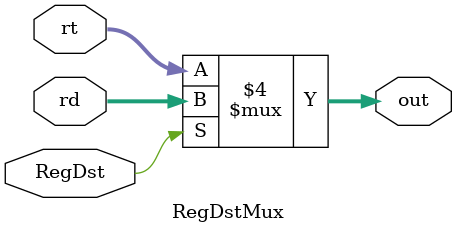
<source format=v>
`timescale 1ns / 1ps

module RegDstMux(
    input [4:0] rd, // come from instruction [20:16]
    input [4:0] rt, // come from instruction [15:11]
    input RegDst,   // come from control unit
    output reg [4:0] out
    );

    always @(*) begin
        if (RegDst == 1)
            out <= rd;
        else
            out <= rt;
    end
endmodule

</source>
